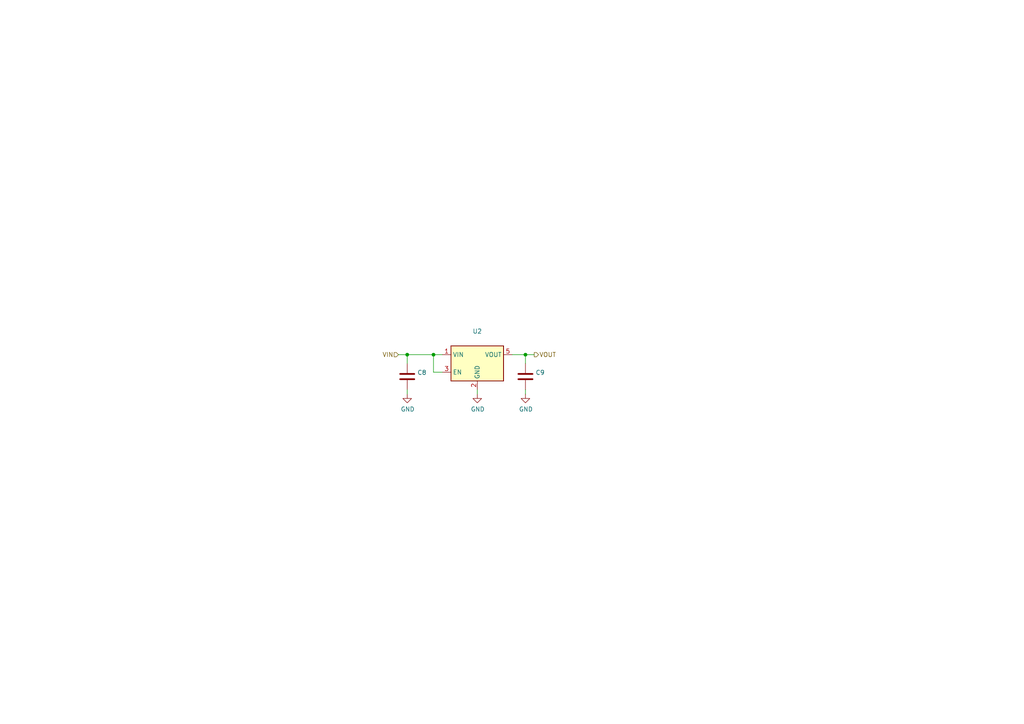
<source format=kicad_sch>
(kicad_sch (version 20211123) (generator eeschema)
  (paper "A4")
  (lib_symbols
    (symbol "Device:C" (pin_numbers hide) (pin_names (offset 0.254))
      (property "Reference" "C" (at 0.635 2.54 0))
      (property "Value" "C" (at 0.635 -2.54 0))
      (symbol "C_0_1"
        (polyline (pts (xy -2.032 -0.762) (xy 2.032 -0.762)) (stroke (width 0.508)))
        (polyline (pts (xy -2.032 0.762) (xy 2.032 0.762)) (stroke (width 0.508)))
      )
      (symbol "C_1_1"
        (pin passive line (at 0 3.81 270) (length 2.794) (name "~") (number "1"))
        (pin passive line (at 0 -3.81 90) (length 2.794) (name "~") (number "2"))
      )
    )
    (symbol "Regulator_Linear:MIC5365-3.3YD5"
      (property "Reference" "U" (at -7.62 6.35 0))
      (property "Value" "MIC5365-3.3YD5" (at 0 6.35 0))
      (symbol "MIC5365-3.3YD5_0_1"
        (rectangle (start -7.62 -5.08) (end 7.62 5.08) (stroke (width 0.254)) (fill (type background)))
      )
      (symbol "MIC5365-3.3YD5_1_1"
        (pin power_in line (at -10.16 2.54 0) (length 2.54) (name "VIN") (number "1"))
        (pin power_in line (at 0 -7.62 90) (length 2.54) (name "GND") (number "2"))
        (pin input line (at -10.16 -2.54 0) (length 2.54) (name "EN") (number "3"))
        (pin no_connect line (at 7.62 -2.54 180) (length 2.54) hide (name "NC") (number "4"))
        (pin power_out line (at 10.16 2.54 180) (length 2.54) (name "VOUT") (number "5"))
      )
    )
    (symbol "power:GND" (power) (pin_names (offset 0))
      (property "Value" "GND" (at 0 -3.81 0))
      (symbol "GND_0_1"
        (polyline (pts (xy 0 0) (xy 0 -1.27) (xy 1.27 -1.27) (xy 0 -2.54) (xy -1.27 -1.27) (xy 0 -1.27)))
      )
      (symbol "GND_1_1"
        (pin power_in line (at 0 0 270) (length 0) hide (name "GND") (number "1"))
      )
    )
  )
  (junction (at 118.11 102.87))
  (junction (at 125.73 102.87))
  (junction (at 152.4 102.87))
  (wire (pts (xy 138.43 114.3) (xy 138.43 113.03)))
  (wire (pts (xy 118.11 105.41) (xy 118.11 102.87)))
  (wire (pts (xy 152.4 114.3) (xy 152.4 113.03)))
  (wire (pts (xy 118.11 114.3) (xy 118.11 113.03)))
  (wire (pts (xy 148.59 102.87) (xy 152.4 102.87)))
  (wire (pts (xy 125.73 102.87) (xy 125.73 107.95)))
  (wire (pts (xy 154.94 102.87) (xy 152.4 102.87)))
  (wire (pts (xy 125.73 107.95) (xy 128.27 107.95)))
  (wire (pts (xy 115.57 102.87) (xy 118.11 102.87)))
  (wire (pts (xy 118.11 102.87) (xy 125.73 102.87)))
  (wire (pts (xy 125.73 102.87) (xy 128.27 102.87)))
  (wire (pts (xy 152.4 105.41) (xy 152.4 102.87)))
  (hierarchical_label "VIN" (shape input) (at 115.57 102.87 180))
  (hierarchical_label "VOUT" (shape output) (at 154.94 102.87 0))
  (symbol (lib_id "Regulator_Linear:MIC5365-3.3YD5") (at 138.43 105.41 0) (unit 1)
    (property "Reference" "U2" (at 138.43 96.0882 0))
    (property "Datasheet" "http://ww1.microchip.com/downloads/en/DeviceDoc/mic5365.pdf" (effects hide))
  )
  (symbol (lib_id "power:GND") (at 138.43 114.3 0) (unit 1)
    (property "Reference" "#PWR0136" (effects hide))
  )
  (symbol (lib_id "Device:C") (at 118.11 109.22 0) (unit 1)
    (property "Reference" "C8" (at 121.031 108.0516 0) (effects (justify left)))
  )
  (symbol (lib_id "power:GND") (at 118.11 114.3 0) (unit 1)
    (property "Reference" "#PWR0137" (effects hide))
  )
  (symbol (lib_id "Device:C") (at 152.4 109.22 0) (unit 1)
    (property "Reference" "C9" (at 155.321 108.0516 0) (effects (justify left)))
  )
  (symbol (lib_id "power:GND") (at 152.4 114.3 0) (unit 1)
    (property "Reference" "#PWR0138" (effects hide))
  )
)
</source>
